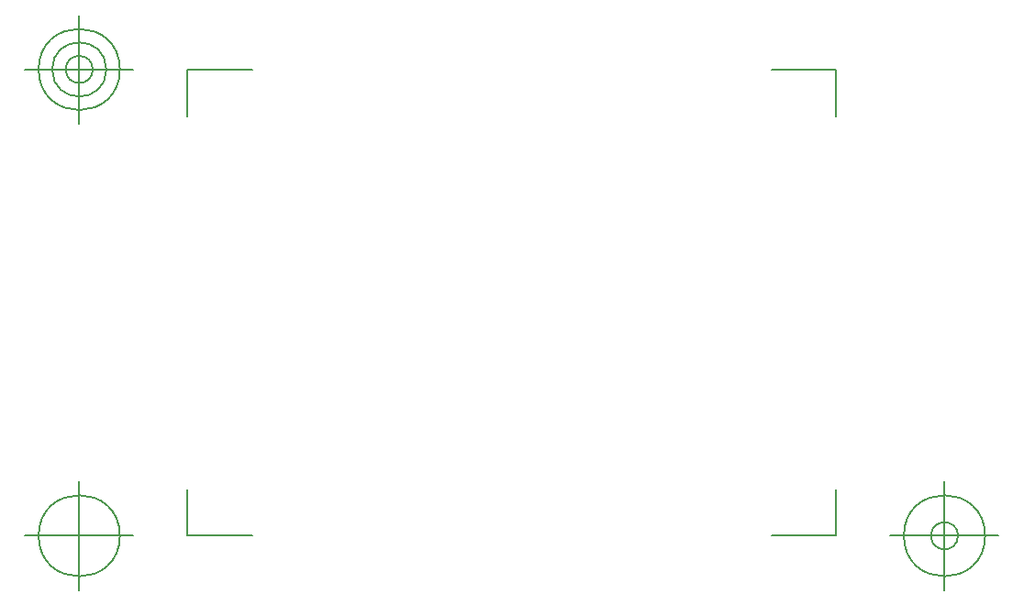
<source format=gbr>
G04 Generated by Ultiboard 14.0 *
%FSLAX34Y34*%
%MOMM*%

%ADD10C,0.0001*%
%ADD11C,0.1270*%


G04 ColorRGB FF14FF for the following layer *
%LNSilkscreen Bottom*%
%LPD*%
G54D10*
G54D11*
X48795Y574580D02*
X48795Y617652D01*
X48795Y574580D02*
X108632Y574580D01*
X647165Y574580D02*
X587328Y574580D01*
X647165Y574580D02*
X647165Y617652D01*
X647165Y1005300D02*
X647165Y962228D01*
X647165Y1005300D02*
X587328Y1005300D01*
X48795Y1005300D02*
X108632Y1005300D01*
X48795Y1005300D02*
X48795Y962228D01*
X-1205Y574580D02*
X-101205Y574580D01*
X-51205Y524580D02*
X-51205Y624580D01*
X-88705Y574580D02*
G75*
D01*
G02X-88705Y574580I37500J0*
G01*
X697165Y574580D02*
X797165Y574580D01*
X747165Y524580D02*
X747165Y624580D01*
X709665Y574580D02*
G75*
D01*
G02X709665Y574580I37500J0*
G01*
X734665Y574580D02*
G75*
D01*
G02X734665Y574580I12500J0*
G01*
X-1205Y1005300D02*
X-101205Y1005300D01*
X-51205Y955300D02*
X-51205Y1055300D01*
X-88705Y1005300D02*
G75*
D01*
G02X-88705Y1005300I37500J0*
G01*
X-76205Y1005300D02*
G75*
D01*
G02X-76205Y1005300I25000J0*
G01*
X-63705Y1005300D02*
G75*
D01*
G02X-63705Y1005300I12500J0*
G01*

M02*

</source>
